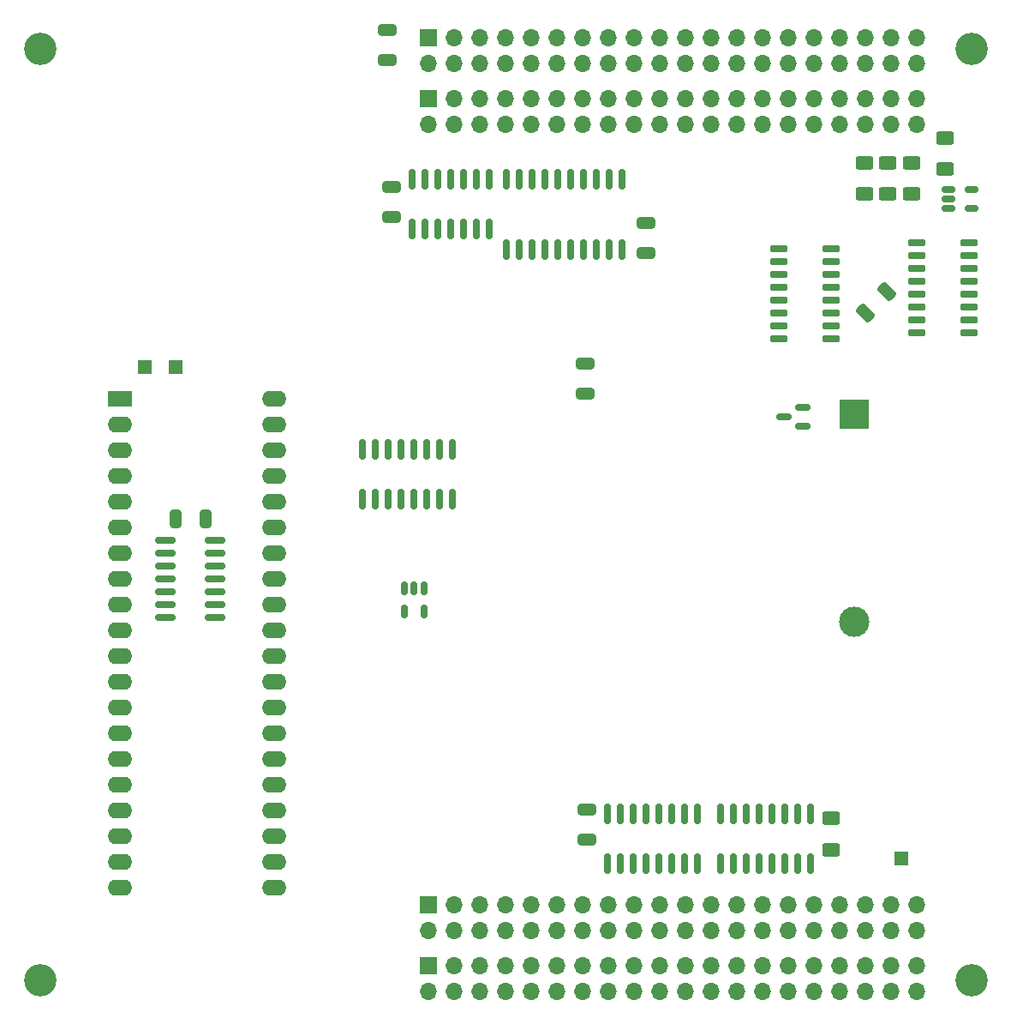
<source format=gbr>
%TF.GenerationSoftware,KiCad,Pcbnew,7.0.5-7.0.5~ubuntu20.04.1*%
%TF.CreationDate,2023-07-18T14:00:40+02:00*%
%TF.ProjectId,RAMROM_512k_board,52414d52-4f4d-45f3-9531-326b5f626f61,rev?*%
%TF.SameCoordinates,Original*%
%TF.FileFunction,Soldermask,Top*%
%TF.FilePolarity,Negative*%
%FSLAX46Y46*%
G04 Gerber Fmt 4.6, Leading zero omitted, Abs format (unit mm)*
G04 Created by KiCad (PCBNEW 7.0.5-7.0.5~ubuntu20.04.1) date 2023-07-18 14:00:40*
%MOMM*%
%LPD*%
G01*
G04 APERTURE LIST*
G04 Aperture macros list*
%AMRoundRect*
0 Rectangle with rounded corners*
0 $1 Rounding radius*
0 $2 $3 $4 $5 $6 $7 $8 $9 X,Y pos of 4 corners*
0 Add a 4 corners polygon primitive as box body*
4,1,4,$2,$3,$4,$5,$6,$7,$8,$9,$2,$3,0*
0 Add four circle primitives for the rounded corners*
1,1,$1+$1,$2,$3*
1,1,$1+$1,$4,$5*
1,1,$1+$1,$6,$7*
1,1,$1+$1,$8,$9*
0 Add four rect primitives between the rounded corners*
20,1,$1+$1,$2,$3,$4,$5,0*
20,1,$1+$1,$4,$5,$6,$7,0*
20,1,$1+$1,$6,$7,$8,$9,0*
20,1,$1+$1,$8,$9,$2,$3,0*%
G04 Aperture macros list end*
%ADD10RoundRect,0.150000X0.587500X0.150000X-0.587500X0.150000X-0.587500X-0.150000X0.587500X-0.150000X0*%
%ADD11R,1.700000X1.700000*%
%ADD12O,1.700000X1.700000*%
%ADD13RoundRect,0.250000X0.325000X0.650000X-0.325000X0.650000X-0.325000X-0.650000X0.325000X-0.650000X0*%
%ADD14R,2.400000X1.600000*%
%ADD15O,2.400000X1.600000*%
%ADD16R,3.000000X3.000000*%
%ADD17C,3.000000*%
%ADD18R,1.350000X1.350000*%
%ADD19RoundRect,0.250000X-0.650000X0.325000X-0.650000X-0.325000X0.650000X-0.325000X0.650000X0.325000X0*%
%ADD20RoundRect,0.250000X0.625000X-0.400000X0.625000X0.400000X-0.625000X0.400000X-0.625000X-0.400000X0*%
%ADD21RoundRect,0.150000X0.725000X0.150000X-0.725000X0.150000X-0.725000X-0.150000X0.725000X-0.150000X0*%
%ADD22RoundRect,0.150000X-0.150000X0.825000X-0.150000X-0.825000X0.150000X-0.825000X0.150000X0.825000X0*%
%ADD23RoundRect,0.150000X-0.512500X-0.150000X0.512500X-0.150000X0.512500X0.150000X-0.512500X0.150000X0*%
%ADD24RoundRect,0.150000X0.150000X-0.825000X0.150000X0.825000X-0.150000X0.825000X-0.150000X-0.825000X0*%
%ADD25RoundRect,0.150000X-0.150000X0.512500X-0.150000X-0.512500X0.150000X-0.512500X0.150000X0.512500X0*%
%ADD26RoundRect,0.250000X-0.229810X0.689429X-0.689429X0.229810X0.229810X-0.689429X0.689429X-0.229810X0*%
%ADD27RoundRect,0.250000X-0.625000X0.400000X-0.625000X-0.400000X0.625000X-0.400000X0.625000X0.400000X0*%
%ADD28C,3.200000*%
%ADD29RoundRect,0.150000X-0.825000X-0.150000X0.825000X-0.150000X0.825000X0.150000X-0.825000X0.150000X0*%
%ADD30RoundRect,0.150000X0.150000X-0.837500X0.150000X0.837500X-0.150000X0.837500X-0.150000X-0.837500X0*%
%ADD31RoundRect,0.150000X-0.725000X-0.150000X0.725000X-0.150000X0.725000X0.150000X-0.725000X0.150000X0*%
%ADD32RoundRect,0.250000X0.650000X-0.325000X0.650000X0.325000X-0.650000X0.325000X-0.650000X-0.325000X0*%
G04 APERTURE END LIST*
D10*
%TO.C,D2*%
X176705500Y-86675000D03*
X176705500Y-84775000D03*
X174830500Y-85725000D03*
%TD*%
D11*
%TO.C,J1*%
X139700000Y-48303005D03*
D12*
X139700000Y-50843005D03*
X142240000Y-48303005D03*
X142240000Y-50843005D03*
X144780000Y-48303005D03*
X144780000Y-50843005D03*
X147320000Y-48303005D03*
X147320000Y-50843005D03*
X149860000Y-48303005D03*
X149860000Y-50843005D03*
X152400000Y-48303005D03*
X152400000Y-50843005D03*
X154940000Y-48303005D03*
X154940000Y-50843005D03*
X157480000Y-48303005D03*
X157480000Y-50843005D03*
X160020000Y-48303005D03*
X160020000Y-50843005D03*
X162560000Y-48303005D03*
X162560000Y-50843005D03*
X165100000Y-48303005D03*
X165100000Y-50843005D03*
X167640000Y-48303005D03*
X167640000Y-50843005D03*
X170180000Y-48303005D03*
X170180000Y-50843005D03*
X172720000Y-48303005D03*
X172720000Y-50843005D03*
X175260000Y-48303005D03*
X175260000Y-50843005D03*
X177800000Y-48303005D03*
X177800000Y-50843005D03*
X180340000Y-48303005D03*
X180340000Y-50843005D03*
X182880000Y-48303005D03*
X182880000Y-50843005D03*
X185420000Y-48303005D03*
X185420000Y-50843005D03*
X187960000Y-48303005D03*
X187960000Y-50843005D03*
%TD*%
D13*
%TO.C,C6*%
X117680000Y-95758000D03*
X114730000Y-95758000D03*
%TD*%
D14*
%TO.C,J6*%
X109220000Y-83947000D03*
D15*
X109220000Y-86487000D03*
X109220000Y-89027000D03*
X109220000Y-91567000D03*
X109220000Y-94107000D03*
X109220000Y-96647000D03*
X109220000Y-99187000D03*
X109220000Y-101727000D03*
X109220000Y-104267000D03*
X109220000Y-106807000D03*
X109220000Y-109347000D03*
X109220000Y-111887000D03*
X109220000Y-114427000D03*
X109220000Y-116967000D03*
X109220000Y-119507000D03*
X109220000Y-122047000D03*
X109220000Y-124587000D03*
X109220000Y-127127000D03*
X109220000Y-129667000D03*
X109220000Y-132207000D03*
X124460000Y-132207000D03*
X124460000Y-129667000D03*
X124460000Y-127127000D03*
X124460000Y-124587000D03*
X124460000Y-122047000D03*
X124460000Y-119507000D03*
X124460000Y-116967000D03*
X124460000Y-114427000D03*
X124460000Y-111887000D03*
X124460000Y-109347000D03*
X124460000Y-106807000D03*
X124460000Y-104267000D03*
X124460000Y-101727000D03*
X124460000Y-99187000D03*
X124460000Y-96647000D03*
X124460000Y-94107000D03*
X124460000Y-91567000D03*
X124460000Y-89027000D03*
X124460000Y-86487000D03*
X124460000Y-83947000D03*
%TD*%
D16*
%TO.C,BT1*%
X181813201Y-85438399D03*
D17*
X181813201Y-105928399D03*
%TD*%
D18*
%TO.C,J7*%
X114681000Y-80772000D03*
%TD*%
D19*
%TO.C,C10*%
X161213800Y-66544400D03*
X161213800Y-69494400D03*
%TD*%
D11*
%TO.C,J4*%
X139700000Y-133849005D03*
D12*
X139700000Y-136389005D03*
X142240000Y-133849005D03*
X142240000Y-136389005D03*
X144780000Y-133849005D03*
X144780000Y-136389005D03*
X147320000Y-133849005D03*
X147320000Y-136389005D03*
X149860000Y-133849005D03*
X149860000Y-136389005D03*
X152400000Y-133849005D03*
X152400000Y-136389005D03*
X154940000Y-133849005D03*
X154940000Y-136389005D03*
X157480000Y-133849005D03*
X157480000Y-136389005D03*
X160020000Y-133849005D03*
X160020000Y-136389005D03*
X162560000Y-133849005D03*
X162560000Y-136389005D03*
X165100000Y-133849005D03*
X165100000Y-136389005D03*
X167640000Y-133849005D03*
X167640000Y-136389005D03*
X170180000Y-133849005D03*
X170180000Y-136389005D03*
X172720000Y-133849005D03*
X172720000Y-136389005D03*
X175260000Y-133849005D03*
X175260000Y-136389005D03*
X177800000Y-133849005D03*
X177800000Y-136389005D03*
X180340000Y-133849005D03*
X180340000Y-136389005D03*
X182880000Y-133849005D03*
X182880000Y-136389005D03*
X185420000Y-133849005D03*
X185420000Y-136389005D03*
X187960000Y-133849005D03*
X187960000Y-136389005D03*
%TD*%
D20*
%TO.C,R2*%
X179451000Y-128449000D03*
X179451000Y-125349000D03*
%TD*%
D21*
%TO.C,U6*%
X179482841Y-78005471D03*
X179482841Y-76735471D03*
X179482841Y-75465471D03*
X179482841Y-74195471D03*
X179482841Y-72925471D03*
X179482841Y-71655471D03*
X179482841Y-70385471D03*
X179482841Y-69115471D03*
X174332841Y-69115471D03*
X174332841Y-70385471D03*
X174332841Y-71655471D03*
X174332841Y-72925471D03*
X174332841Y-74195471D03*
X174332841Y-75465471D03*
X174332841Y-76735471D03*
X174332841Y-78005471D03*
%TD*%
D22*
%TO.C,U16*%
X177450000Y-124900400D03*
X176180000Y-124900400D03*
X174910000Y-124900400D03*
X173640000Y-124900400D03*
X172370000Y-124900400D03*
X171100000Y-124900400D03*
X169830000Y-124900400D03*
X168560000Y-124900400D03*
X168560000Y-129850400D03*
X169830000Y-129850400D03*
X171100000Y-129850400D03*
X172370000Y-129850400D03*
X173640000Y-129850400D03*
X174910000Y-129850400D03*
X176180000Y-129850400D03*
X177450000Y-129850400D03*
%TD*%
D23*
%TO.C,U8*%
X191125741Y-63261200D03*
X191125741Y-64211200D03*
X191125741Y-65161200D03*
X193400741Y-65161200D03*
X193400741Y-63261200D03*
%TD*%
D24*
%TO.C,U21*%
X138049000Y-67168800D03*
X139319000Y-67168800D03*
X140589000Y-67168800D03*
X141859000Y-67168800D03*
X143129000Y-67168800D03*
X144399000Y-67168800D03*
X145669000Y-67168800D03*
X145669000Y-62218800D03*
X144399000Y-62218800D03*
X143129000Y-62218800D03*
X141859000Y-62218800D03*
X140589000Y-62218800D03*
X139319000Y-62218800D03*
X138049000Y-62218800D03*
%TD*%
D19*
%TO.C,C4*%
X155168600Y-80492600D03*
X155168600Y-83442600D03*
%TD*%
D25*
%TO.C,U12*%
X139227600Y-102631800D03*
X138277600Y-102631800D03*
X137327600Y-102631800D03*
X137327600Y-104906800D03*
X139227600Y-104906800D03*
%TD*%
D22*
%TO.C,U17*%
X166299400Y-124900400D03*
X165029400Y-124900400D03*
X163759400Y-124900400D03*
X162489400Y-124900400D03*
X161219400Y-124900400D03*
X159949400Y-124900400D03*
X158679400Y-124900400D03*
X157409400Y-124900400D03*
X157409400Y-129850400D03*
X158679400Y-129850400D03*
X159949400Y-129850400D03*
X161219400Y-129850400D03*
X162489400Y-129850400D03*
X163759400Y-129850400D03*
X165029400Y-129850400D03*
X166299400Y-129850400D03*
%TD*%
D26*
%TO.C,C5*%
X184973441Y-73329800D03*
X182887475Y-75415766D03*
%TD*%
D27*
%TO.C,R8*%
X185115200Y-60628600D03*
X185115200Y-63728600D03*
%TD*%
D11*
%TO.C,J2*%
X139700000Y-139849005D03*
D12*
X139700000Y-142389005D03*
X142240000Y-139849005D03*
X142240000Y-142389005D03*
X144780000Y-139849005D03*
X144780000Y-142389005D03*
X147320000Y-139849005D03*
X147320000Y-142389005D03*
X149860000Y-139849005D03*
X149860000Y-142389005D03*
X152400000Y-139849005D03*
X152400000Y-142389005D03*
X154940000Y-139849005D03*
X154940000Y-142389005D03*
X157480000Y-139849005D03*
X157480000Y-142389005D03*
X160020000Y-139849005D03*
X160020000Y-142389005D03*
X162560000Y-139849005D03*
X162560000Y-142389005D03*
X165100000Y-139849005D03*
X165100000Y-142389005D03*
X167640000Y-139849005D03*
X167640000Y-142389005D03*
X170180000Y-139849005D03*
X170180000Y-142389005D03*
X172720000Y-139849005D03*
X172720000Y-142389005D03*
X175260000Y-139849005D03*
X175260000Y-142389005D03*
X177800000Y-139849005D03*
X177800000Y-142389005D03*
X180340000Y-139849005D03*
X180340000Y-142389005D03*
X182880000Y-139849005D03*
X182880000Y-142389005D03*
X185420000Y-139849005D03*
X185420000Y-142389005D03*
X187960000Y-139849005D03*
X187960000Y-142389005D03*
%TD*%
D18*
%TO.C,J9*%
X111633000Y-80772000D03*
%TD*%
D27*
%TO.C,R10*%
X190754000Y-58164800D03*
X190754000Y-61264800D03*
%TD*%
D28*
%TO.C,H3*%
X193340000Y-49346005D03*
%TD*%
D27*
%TO.C,R7*%
X182829200Y-60629800D03*
X182829200Y-63729800D03*
%TD*%
D29*
%TO.C,U2*%
X113665000Y-97917000D03*
X113665000Y-99187000D03*
X113665000Y-100457000D03*
X113665000Y-101727000D03*
X113665000Y-102997000D03*
X113665000Y-104267000D03*
X113665000Y-105537000D03*
X118615000Y-105537000D03*
X118615000Y-104267000D03*
X118615000Y-102997000D03*
X118615000Y-101727000D03*
X118615000Y-100457000D03*
X118615000Y-99187000D03*
X118615000Y-97917000D03*
%TD*%
D11*
%TO.C,J3*%
X139700000Y-54303005D03*
D12*
X139700000Y-56843005D03*
X142240000Y-54303005D03*
X142240000Y-56843005D03*
X144780000Y-54303005D03*
X144780000Y-56843005D03*
X147320000Y-54303005D03*
X147320000Y-56843005D03*
X149860000Y-54303005D03*
X149860000Y-56843005D03*
X152400000Y-54303005D03*
X152400000Y-56843005D03*
X154940000Y-54303005D03*
X154940000Y-56843005D03*
X157480000Y-54303005D03*
X157480000Y-56843005D03*
X160020000Y-54303005D03*
X160020000Y-56843005D03*
X162560000Y-54303005D03*
X162560000Y-56843005D03*
X165100000Y-54303005D03*
X165100000Y-56843005D03*
X167640000Y-54303005D03*
X167640000Y-56843005D03*
X170180000Y-54303005D03*
X170180000Y-56843005D03*
X172720000Y-54303005D03*
X172720000Y-56843005D03*
X175260000Y-54303005D03*
X175260000Y-56843005D03*
X177800000Y-54303005D03*
X177800000Y-56843005D03*
X180340000Y-54303005D03*
X180340000Y-56843005D03*
X182880000Y-54303005D03*
X182880000Y-56843005D03*
X185420000Y-54303005D03*
X185420000Y-56843005D03*
X187960000Y-54303005D03*
X187960000Y-56843005D03*
%TD*%
D27*
%TO.C,R9*%
X187426600Y-60603200D03*
X187426600Y-63703200D03*
%TD*%
D30*
%TO.C,U1*%
X147362000Y-69155000D03*
X148632000Y-69155000D03*
X149902000Y-69155000D03*
X151172000Y-69155000D03*
X152442000Y-69155000D03*
X153712000Y-69155000D03*
X154982000Y-69155000D03*
X156252000Y-69155000D03*
X157522000Y-69155000D03*
X158792000Y-69155000D03*
X158792000Y-62230000D03*
X157522000Y-62230000D03*
X156252000Y-62230000D03*
X154982000Y-62230000D03*
X153712000Y-62230000D03*
X152442000Y-62230000D03*
X151172000Y-62230000D03*
X149902000Y-62230000D03*
X148632000Y-62230000D03*
X147362000Y-62230000D03*
%TD*%
D28*
%TO.C,H1*%
X101340000Y-49346005D03*
%TD*%
D31*
%TO.C,U7*%
X187947241Y-68531271D03*
X187947241Y-69801271D03*
X187947241Y-71071271D03*
X187947241Y-72341271D03*
X187947241Y-73611271D03*
X187947241Y-74881271D03*
X187947241Y-76151271D03*
X187947241Y-77421271D03*
X193097241Y-77421271D03*
X193097241Y-76151271D03*
X193097241Y-74881271D03*
X193097241Y-73611271D03*
X193097241Y-72341271D03*
X193097241Y-71071271D03*
X193097241Y-69801271D03*
X193097241Y-68531271D03*
%TD*%
D32*
%TO.C,C1*%
X135636000Y-50497000D03*
X135636000Y-47547000D03*
%TD*%
D18*
%TO.C,J8*%
X186436000Y-129286000D03*
%TD*%
D24*
%TO.C,U9*%
X133159500Y-93867362D03*
X134429500Y-93867362D03*
X135699500Y-93867362D03*
X136969500Y-93867362D03*
X138239500Y-93867362D03*
X139509500Y-93867362D03*
X140779500Y-93867362D03*
X142049500Y-93867362D03*
X142049500Y-88917362D03*
X140779500Y-88917362D03*
X139509500Y-88917362D03*
X138239500Y-88917362D03*
X136969500Y-88917362D03*
X135699500Y-88917362D03*
X134429500Y-88917362D03*
X133159500Y-88917362D03*
%TD*%
D28*
%TO.C,H2*%
X101340000Y-141346005D03*
%TD*%
D32*
%TO.C,C3*%
X155339481Y-127470811D03*
X155339481Y-124520811D03*
%TD*%
D19*
%TO.C,C8*%
X136042400Y-63015600D03*
X136042400Y-65965600D03*
%TD*%
D28*
%TO.C,H4*%
X193340000Y-141346005D03*
%TD*%
M02*

</source>
